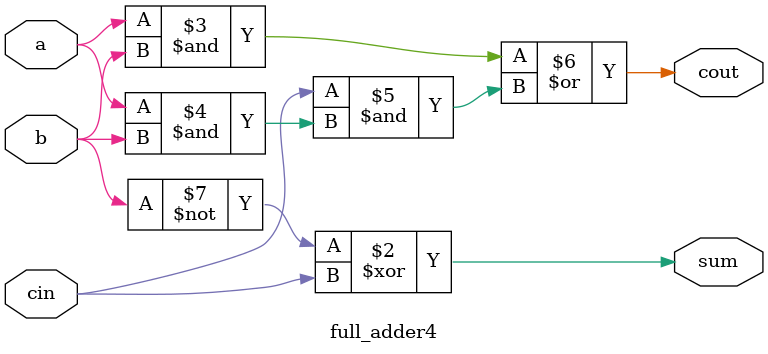
<source format=v>
module full_adder4(a,b,cin,sum,cout);
input a,b,cin;
output sum,cout;
assign sum = 1'b1^b^cin;
assign cout = a&b|cin&(a&b); 
// initial begin
//     $display("The incorrect adder with xor0 having in1/1");
// end   
endmodule
</source>
